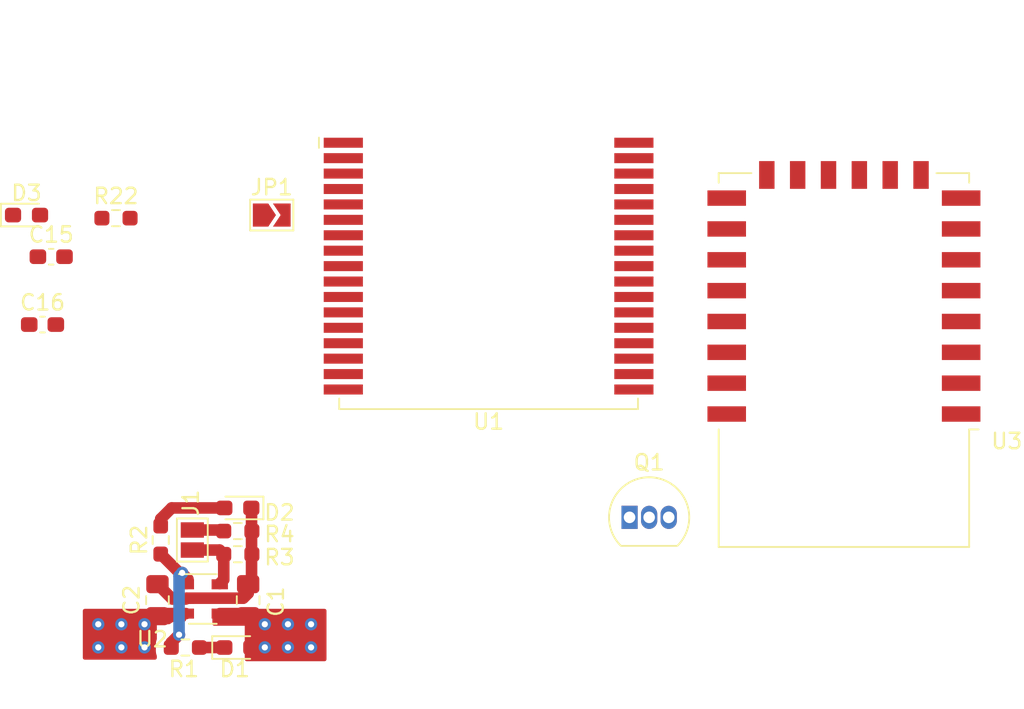
<source format=kicad_pcb>
(kicad_pcb (version 20171130) (host pcbnew "(5.1.9)-1")

  (general
    (thickness 1.6)
    (drawings 0)
    (tracks 46)
    (zones 0)
    (modules 18)
    (nets 66)
  )

  (page A4)
  (layers
    (0 F.Cu signal)
    (1 In1.Cu signal)
    (2 In2.Cu signal)
    (31 B.Cu signal)
    (32 B.Adhes user)
    (33 F.Adhes user)
    (34 B.Paste user)
    (35 F.Paste user)
    (36 B.SilkS user)
    (37 F.SilkS user)
    (38 B.Mask user)
    (39 F.Mask user)
    (40 Dwgs.User user)
    (41 Cmts.User user)
    (42 Eco1.User user)
    (43 Eco2.User user)
    (44 Edge.Cuts user)
    (45 Margin user)
    (46 B.CrtYd user)
    (47 F.CrtYd user)
    (48 B.Fab user)
    (49 F.Fab user hide)
  )

  (setup
    (last_trace_width 0.75)
    (user_trace_width 0.2)
    (user_trace_width 0.3)
    (user_trace_width 0.4)
    (user_trace_width 0.5)
    (user_trace_width 0.75)
    (user_trace_width 1)
    (trace_clearance 0.2)
    (zone_clearance 0.508)
    (zone_45_only no)
    (trace_min 0.2)
    (via_size 0.8)
    (via_drill 0.4)
    (via_min_size 0.4)
    (via_min_drill 0.3)
    (uvia_size 0.3)
    (uvia_drill 0.1)
    (uvias_allowed no)
    (uvia_min_size 0.2)
    (uvia_min_drill 0.1)
    (edge_width 0.05)
    (segment_width 0.2)
    (pcb_text_width 0.3)
    (pcb_text_size 1.5 1.5)
    (mod_edge_width 0.12)
    (mod_text_size 1 1)
    (mod_text_width 0.15)
    (pad_size 1.524 1.524)
    (pad_drill 0.762)
    (pad_to_mask_clearance 0)
    (aux_axis_origin 0 0)
    (grid_origin 113.25 141.83)
    (visible_elements 7FFFFFFF)
    (pcbplotparams
      (layerselection 0x010fc_ffffffff)
      (usegerberextensions false)
      (usegerberattributes true)
      (usegerberadvancedattributes true)
      (creategerberjobfile true)
      (excludeedgelayer true)
      (linewidth 0.100000)
      (plotframeref false)
      (viasonmask false)
      (mode 1)
      (useauxorigin false)
      (hpglpennumber 1)
      (hpglpenspeed 20)
      (hpglpendiameter 15.000000)
      (psnegative false)
      (psa4output false)
      (plotreference true)
      (plotvalue true)
      (plotinvisibletext false)
      (padsonsilk false)
      (subtractmaskfromsilk false)
      (outputformat 1)
      (mirror false)
      (drillshape 1)
      (scaleselection 1)
      (outputdirectory ""))
  )

  (net 0 "")
  (net 1 GND)
  (net 2 "Net-(C1-Pad1)")
  (net 3 +3V3)
  (net 4 /VFlash)
  (net 5 "Net-(D1-Pad1)")
  (net 6 "Net-(D2-Pad2)")
  (net 7 "Net-(D3-Pad2)")
  (net 8 "Net-(D3-Pad1)")
  (net 9 "Net-(J1-Pad1)")
  (net 10 "Net-(J1-Pad2)")
  (net 11 "Net-(Q1-Pad1)")
  (net 12 "Net-(Q1-Pad3)")
  (net 13 "Net-(Q1-Pad2)")
  (net 14 "Net-(R1-Pad1)")
  (net 15 "Net-(R22-Pad2)")
  (net 16 /RESET)
  (net 17 "Net-(U1-Pad32)")
  (net 18 "Net-(U1-Pad31)")
  (net 19 "Net-(U1-Pad30)")
  (net 20 "Net-(U1-Pad29)")
  (net 21 "Net-(U1-Pad28)")
  (net 22 "Net-(U1-Pad27)")
  (net 23 "Net-(U1-Pad26)")
  (net 24 "Net-(U1-Pad25)")
  (net 25 "Net-(U1-Pad23)")
  (net 26 "Net-(U1-Pad22)")
  (net 27 "Net-(U1-Pad21)")
  (net 28 /RXD)
  (net 29 "Net-(U1-Pad19)")
  (net 30 /TXD)
  (net 31 "Net-(U1-Pad17)")
  (net 32 "Net-(U1-Pad16)")
  (net 33 "Net-(U1-Pad15)")
  (net 34 "Net-(U1-Pad14)")
  (net 35 "Net-(U1-Pad13)")
  (net 36 "Net-(U1-Pad10)")
  (net 37 "Net-(U1-Pad9)")
  (net 38 "Net-(U1-Pad7)")
  (net 39 "Net-(SW2-Pad1)")
  (net 40 "Net-(U1-Pad5)")
  (net 41 "Net-(U1-Pad4)")
  (net 42 /SWDIO)
  (net 43 /SWCLK)
  (net 44 "Net-(U3-Pad22)")
  (net 45 "Net-(U3-Pad21)")
  (net 46 "Net-(U3-Pad20)")
  (net 47 "Net-(U3-Pad19)")
  (net 48 "Net-(U3-Pad18)")
  (net 49 "Net-(U3-Pad17)")
  (net 50 "Net-(U3-Pad16)")
  (net 51 "Net-(U3-Pad15)")
  (net 52 "Net-(U3-Pad14)")
  (net 53 "Net-(U3-Pad13)")
  (net 54 "Net-(U3-Pad12)")
  (net 55 "Net-(U3-Pad11)")
  (net 56 "Net-(U3-Pad10)")
  (net 57 "Net-(U3-Pad9)")
  (net 58 "Net-(U3-Pad8)")
  (net 59 "Net-(U3-Pad7)")
  (net 60 "Net-(U3-Pad6)")
  (net 61 "Net-(U3-Pad5)")
  (net 62 "Net-(U3-Pad4)")
  (net 63 "Net-(U3-Pad3)")
  (net 64 "Net-(U3-Pad2)")
  (net 65 "Net-(U3-Pad1)")

  (net_class Default "This is the default net class."
    (clearance 0.2)
    (trace_width 0.25)
    (via_dia 0.8)
    (via_drill 0.4)
    (uvia_dia 0.3)
    (uvia_drill 0.1)
    (add_net +3V3)
    (add_net /RESET)
    (add_net /RXD)
    (add_net /SWCLK)
    (add_net /SWDIO)
    (add_net /TXD)
    (add_net /VFlash)
    (add_net GND)
    (add_net "Net-(C1-Pad1)")
    (add_net "Net-(D1-Pad1)")
    (add_net "Net-(D2-Pad2)")
    (add_net "Net-(D3-Pad1)")
    (add_net "Net-(D3-Pad2)")
    (add_net "Net-(J1-Pad1)")
    (add_net "Net-(J1-Pad2)")
    (add_net "Net-(Q1-Pad1)")
    (add_net "Net-(Q1-Pad2)")
    (add_net "Net-(Q1-Pad3)")
    (add_net "Net-(R1-Pad1)")
    (add_net "Net-(R22-Pad2)")
    (add_net "Net-(SW2-Pad1)")
    (add_net "Net-(U1-Pad10)")
    (add_net "Net-(U1-Pad13)")
    (add_net "Net-(U1-Pad14)")
    (add_net "Net-(U1-Pad15)")
    (add_net "Net-(U1-Pad16)")
    (add_net "Net-(U1-Pad17)")
    (add_net "Net-(U1-Pad19)")
    (add_net "Net-(U1-Pad21)")
    (add_net "Net-(U1-Pad22)")
    (add_net "Net-(U1-Pad23)")
    (add_net "Net-(U1-Pad25)")
    (add_net "Net-(U1-Pad26)")
    (add_net "Net-(U1-Pad27)")
    (add_net "Net-(U1-Pad28)")
    (add_net "Net-(U1-Pad29)")
    (add_net "Net-(U1-Pad30)")
    (add_net "Net-(U1-Pad31)")
    (add_net "Net-(U1-Pad32)")
    (add_net "Net-(U1-Pad4)")
    (add_net "Net-(U1-Pad5)")
    (add_net "Net-(U1-Pad7)")
    (add_net "Net-(U1-Pad9)")
    (add_net "Net-(U3-Pad1)")
    (add_net "Net-(U3-Pad10)")
    (add_net "Net-(U3-Pad11)")
    (add_net "Net-(U3-Pad12)")
    (add_net "Net-(U3-Pad13)")
    (add_net "Net-(U3-Pad14)")
    (add_net "Net-(U3-Pad15)")
    (add_net "Net-(U3-Pad16)")
    (add_net "Net-(U3-Pad17)")
    (add_net "Net-(U3-Pad18)")
    (add_net "Net-(U3-Pad19)")
    (add_net "Net-(U3-Pad2)")
    (add_net "Net-(U3-Pad20)")
    (add_net "Net-(U3-Pad21)")
    (add_net "Net-(U3-Pad22)")
    (add_net "Net-(U3-Pad3)")
    (add_net "Net-(U3-Pad4)")
    (add_net "Net-(U3-Pad5)")
    (add_net "Net-(U3-Pad6)")
    (add_net "Net-(U3-Pad7)")
    (add_net "Net-(U3-Pad8)")
    (add_net "Net-(U3-Pad9)")
  )

  (module Jumper:SolderJumper-2_P1.3mm_Open_Pad1.0x1.5mm (layer F.Cu) (tedit 5A3EABFC) (tstamp 605AA1CB)
    (at 105.05 137.37 90)
    (descr "SMD Solder Jumper, 1x1.5mm Pads, 0.3mm gap, open")
    (tags "solder jumper open")
    (path /606B14B6)
    (attr virtual)
    (fp_text reference J1 (at 2.4 -0.1 90) (layer F.SilkS)
      (effects (font (size 1 1) (thickness 0.15)))
    )
    (fp_text value Jumper_NC_Small (at 0 1.9 90) (layer F.Fab)
      (effects (font (size 1 1) (thickness 0.15)))
    )
    (fp_line (start -1.4 1) (end -1.4 -1) (layer F.SilkS) (width 0.12))
    (fp_line (start 1.4 1) (end -1.4 1) (layer F.SilkS) (width 0.12))
    (fp_line (start 1.4 -1) (end 1.4 1) (layer F.SilkS) (width 0.12))
    (fp_line (start -1.4 -1) (end 1.4 -1) (layer F.SilkS) (width 0.12))
    (fp_line (start -1.65 -1.25) (end 1.65 -1.25) (layer F.CrtYd) (width 0.05))
    (fp_line (start -1.65 -1.25) (end -1.65 1.25) (layer F.CrtYd) (width 0.05))
    (fp_line (start 1.65 1.25) (end 1.65 -1.25) (layer F.CrtYd) (width 0.05))
    (fp_line (start 1.65 1.25) (end -1.65 1.25) (layer F.CrtYd) (width 0.05))
    (pad 1 smd rect (at -0.65 0 90) (size 1 1.5) (layers F.Cu F.Mask)
      (net 9 "Net-(J1-Pad1)"))
    (pad 2 smd rect (at 0.65 0 90) (size 1 1.5) (layers F.Cu F.Mask)
      (net 10 "Net-(J1-Pad2)"))
  )

  (module Capacitor_SMD:C_0805_2012Metric_Pad1.18x1.45mm_HandSolder (layer F.Cu) (tedit 5F68FEEF) (tstamp 605AA162)
    (at 102.79 141.27 90)
    (descr "Capacitor SMD 0805 (2012 Metric), square (rectangular) end terminal, IPC_7351 nominal with elongated pad for handsoldering. (Body size source: IPC-SM-782 page 76, https://www.pcb-3d.com/wordpress/wp-content/uploads/ipc-sm-782a_amendment_1_and_2.pdf, https://docs.google.com/spreadsheets/d/1BsfQQcO9C6DZCsRaXUlFlo91Tg2WpOkGARC1WS5S8t0/edit?usp=sharing), generated with kicad-footprint-generator")
    (tags "capacitor handsolder")
    (path /606CB3DC)
    (attr smd)
    (fp_text reference C2 (at 0 -1.68 90) (layer F.SilkS)
      (effects (font (size 1 1) (thickness 0.15)))
    )
    (fp_text value C_Small (at 0 1.68 90) (layer F.Fab)
      (effects (font (size 1 1) (thickness 0.15)))
    )
    (fp_text user %R (at 0 0 90) (layer F.Fab)
      (effects (font (size 0.5 0.5) (thickness 0.08)))
    )
    (fp_line (start -1 0.625) (end -1 -0.625) (layer F.Fab) (width 0.1))
    (fp_line (start -1 -0.625) (end 1 -0.625) (layer F.Fab) (width 0.1))
    (fp_line (start 1 -0.625) (end 1 0.625) (layer F.Fab) (width 0.1))
    (fp_line (start 1 0.625) (end -1 0.625) (layer F.Fab) (width 0.1))
    (fp_line (start -0.261252 -0.735) (end 0.261252 -0.735) (layer F.SilkS) (width 0.12))
    (fp_line (start -0.261252 0.735) (end 0.261252 0.735) (layer F.SilkS) (width 0.12))
    (fp_line (start -1.88 0.98) (end -1.88 -0.98) (layer F.CrtYd) (width 0.05))
    (fp_line (start -1.88 -0.98) (end 1.88 -0.98) (layer F.CrtYd) (width 0.05))
    (fp_line (start 1.88 -0.98) (end 1.88 0.98) (layer F.CrtYd) (width 0.05))
    (fp_line (start 1.88 0.98) (end -1.88 0.98) (layer F.CrtYd) (width 0.05))
    (pad 2 smd roundrect (at 1.0375 0 90) (size 1.175 1.45) (layers F.Cu F.Paste F.Mask) (roundrect_rratio 0.212766)
      (net 1 GND))
    (pad 1 smd roundrect (at -1.0375 0 90) (size 1.175 1.45) (layers F.Cu F.Paste F.Mask) (roundrect_rratio 0.212766)
      (net 3 +3V3))
    (model ${KISYS3DMOD}/Capacitor_SMD.3dshapes/C_0805_2012Metric.wrl
      (at (xyz 0 0 0))
      (scale (xyz 1 1 1))
      (rotate (xyz 0 0 0))
    )
  )

  (module Capacitor_SMD:C_0805_2012Metric_Pad1.18x1.45mm_HandSolder (layer F.Cu) (tedit 5F68FEEF) (tstamp 605AA151)
    (at 108.67 141.27 90)
    (descr "Capacitor SMD 0805 (2012 Metric), square (rectangular) end terminal, IPC_7351 nominal with elongated pad for handsoldering. (Body size source: IPC-SM-782 page 76, https://www.pcb-3d.com/wordpress/wp-content/uploads/ipc-sm-782a_amendment_1_and_2.pdf, https://docs.google.com/spreadsheets/d/1BsfQQcO9C6DZCsRaXUlFlo91Tg2WpOkGARC1WS5S8t0/edit?usp=sharing), generated with kicad-footprint-generator")
    (tags "capacitor handsolder")
    (path /606B623E)
    (attr smd)
    (fp_text reference C1 (at -0.1 1.8 90) (layer F.SilkS)
      (effects (font (size 1 1) (thickness 0.15)))
    )
    (fp_text value 10nF (at 0 1.68 90) (layer F.Fab)
      (effects (font (size 1 1) (thickness 0.15)))
    )
    (fp_text user %R (at 0 0 90) (layer F.Fab)
      (effects (font (size 0.5 0.5) (thickness 0.08)))
    )
    (fp_line (start -1 0.625) (end -1 -0.625) (layer F.Fab) (width 0.1))
    (fp_line (start -1 -0.625) (end 1 -0.625) (layer F.Fab) (width 0.1))
    (fp_line (start 1 -0.625) (end 1 0.625) (layer F.Fab) (width 0.1))
    (fp_line (start 1 0.625) (end -1 0.625) (layer F.Fab) (width 0.1))
    (fp_line (start -0.261252 -0.735) (end 0.261252 -0.735) (layer F.SilkS) (width 0.12))
    (fp_line (start -0.261252 0.735) (end 0.261252 0.735) (layer F.SilkS) (width 0.12))
    (fp_line (start -1.88 0.98) (end -1.88 -0.98) (layer F.CrtYd) (width 0.05))
    (fp_line (start -1.88 -0.98) (end 1.88 -0.98) (layer F.CrtYd) (width 0.05))
    (fp_line (start 1.88 -0.98) (end 1.88 0.98) (layer F.CrtYd) (width 0.05))
    (fp_line (start 1.88 0.98) (end -1.88 0.98) (layer F.CrtYd) (width 0.05))
    (pad 2 smd roundrect (at 1.0375 0 90) (size 1.175 1.45) (layers F.Cu F.Paste F.Mask) (roundrect_rratio 0.212766)
      (net 1 GND))
    (pad 1 smd roundrect (at -1.0375 0 90) (size 1.175 1.45) (layers F.Cu F.Paste F.Mask) (roundrect_rratio 0.212766)
      (net 2 "Net-(C1-Pad1)"))
    (model ${KISYS3DMOD}/Capacitor_SMD.3dshapes/C_0805_2012Metric.wrl
      (at (xyz 0 0 0))
      (scale (xyz 1 1 1))
      (rotate (xyz 0 0 0))
    )
  )

  (module RF_Module:ESP-12E (layer F.Cu) (tedit 5A030172) (tstamp 605AA2F5)
    (at 147.3 125.7 180)
    (descr "Wi-Fi Module, http://wiki.ai-thinker.com/_media/esp8266/docs/aithinker_esp_12f_datasheet_en.pdf")
    (tags "Wi-Fi Module")
    (path /604953B2)
    (attr smd)
    (fp_text reference U3 (at -10.56 -5.26) (layer F.SilkS)
      (effects (font (size 1 1) (thickness 0.15)))
    )
    (fp_text value ESP-12E (at -0.06 -12.78) (layer F.Fab)
      (effects (font (size 1 1) (thickness 0.15)))
    )
    (fp_line (start 5.56 -4.8) (end 8.12 -7.36) (layer Dwgs.User) (width 0.12))
    (fp_line (start 2.56 -4.8) (end 8.12 -10.36) (layer Dwgs.User) (width 0.12))
    (fp_line (start -0.44 -4.8) (end 6.88 -12.12) (layer Dwgs.User) (width 0.12))
    (fp_line (start -3.44 -4.8) (end 3.88 -12.12) (layer Dwgs.User) (width 0.12))
    (fp_line (start -6.44 -4.8) (end 0.88 -12.12) (layer Dwgs.User) (width 0.12))
    (fp_line (start -8.12 -6.12) (end -2.12 -12.12) (layer Dwgs.User) (width 0.12))
    (fp_line (start -8.12 -9.12) (end -5.12 -12.12) (layer Dwgs.User) (width 0.12))
    (fp_line (start -8.12 -4.8) (end -8.12 -12.12) (layer Dwgs.User) (width 0.12))
    (fp_line (start 8.12 -4.8) (end -8.12 -4.8) (layer Dwgs.User) (width 0.12))
    (fp_line (start 8.12 -12.12) (end 8.12 -4.8) (layer Dwgs.User) (width 0.12))
    (fp_line (start -8.12 -12.12) (end 8.12 -12.12) (layer Dwgs.User) (width 0.12))
    (fp_line (start -8.12 -4.5) (end -8.73 -4.5) (layer F.SilkS) (width 0.12))
    (fp_line (start -8.12 -4.5) (end -8.12 -12.12) (layer F.SilkS) (width 0.12))
    (fp_line (start -8.12 12.12) (end -8.12 11.5) (layer F.SilkS) (width 0.12))
    (fp_line (start -6 12.12) (end -8.12 12.12) (layer F.SilkS) (width 0.12))
    (fp_line (start 8.12 12.12) (end 6 12.12) (layer F.SilkS) (width 0.12))
    (fp_line (start 8.12 11.5) (end 8.12 12.12) (layer F.SilkS) (width 0.12))
    (fp_line (start 8.12 -12.12) (end 8.12 -4.5) (layer F.SilkS) (width 0.12))
    (fp_line (start -8.12 -12.12) (end 8.12 -12.12) (layer F.SilkS) (width 0.12))
    (fp_line (start -9.05 13.1) (end -9.05 -12.2) (layer F.CrtYd) (width 0.05))
    (fp_line (start 9.05 13.1) (end -9.05 13.1) (layer F.CrtYd) (width 0.05))
    (fp_line (start 9.05 -12.2) (end 9.05 13.1) (layer F.CrtYd) (width 0.05))
    (fp_line (start -9.05 -12.2) (end 9.05 -12.2) (layer F.CrtYd) (width 0.05))
    (fp_line (start -8 -4) (end -8 -12) (layer F.Fab) (width 0.12))
    (fp_line (start -7.5 -3.5) (end -8 -4) (layer F.Fab) (width 0.12))
    (fp_line (start -8 -3) (end -7.5 -3.5) (layer F.Fab) (width 0.12))
    (fp_line (start -8 12) (end -8 -3) (layer F.Fab) (width 0.12))
    (fp_line (start 8 12) (end -8 12) (layer F.Fab) (width 0.12))
    (fp_line (start 8 -12) (end 8 12) (layer F.Fab) (width 0.12))
    (fp_line (start -8 -12) (end 8 -12) (layer F.Fab) (width 0.12))
    (fp_text user %R (at 0.49 -0.8) (layer F.Fab)
      (effects (font (size 1 1) (thickness 0.15)))
    )
    (fp_text user "KEEP-OUT ZONE" (at 0.03 -9.55 180) (layer Cmts.User)
      (effects (font (size 1 1) (thickness 0.15)))
    )
    (fp_text user Antenna (at -0.06 -7 180) (layer Cmts.User)
      (effects (font (size 1 1) (thickness 0.15)))
    )
    (pad 22 smd rect (at 7.6 -3.5 180) (size 2.5 1) (layers F.Cu F.Paste F.Mask)
      (net 44 "Net-(U3-Pad22)"))
    (pad 21 smd rect (at 7.6 -1.5 180) (size 2.5 1) (layers F.Cu F.Paste F.Mask)
      (net 45 "Net-(U3-Pad21)"))
    (pad 20 smd rect (at 7.6 0.5 180) (size 2.5 1) (layers F.Cu F.Paste F.Mask)
      (net 46 "Net-(U3-Pad20)"))
    (pad 19 smd rect (at 7.6 2.5 180) (size 2.5 1) (layers F.Cu F.Paste F.Mask)
      (net 47 "Net-(U3-Pad19)"))
    (pad 18 smd rect (at 7.6 4.5 180) (size 2.5 1) (layers F.Cu F.Paste F.Mask)
      (net 48 "Net-(U3-Pad18)"))
    (pad 17 smd rect (at 7.6 6.5 180) (size 2.5 1) (layers F.Cu F.Paste F.Mask)
      (net 49 "Net-(U3-Pad17)"))
    (pad 16 smd rect (at 7.6 8.5 180) (size 2.5 1) (layers F.Cu F.Paste F.Mask)
      (net 50 "Net-(U3-Pad16)"))
    (pad 15 smd rect (at 7.6 10.5 180) (size 2.5 1) (layers F.Cu F.Paste F.Mask)
      (net 51 "Net-(U3-Pad15)"))
    (pad 14 smd rect (at 5 12 180) (size 1 1.8) (layers F.Cu F.Paste F.Mask)
      (net 52 "Net-(U3-Pad14)"))
    (pad 13 smd rect (at 3 12 180) (size 1 1.8) (layers F.Cu F.Paste F.Mask)
      (net 53 "Net-(U3-Pad13)"))
    (pad 12 smd rect (at 1 12 180) (size 1 1.8) (layers F.Cu F.Paste F.Mask)
      (net 54 "Net-(U3-Pad12)"))
    (pad 11 smd rect (at -1 12 180) (size 1 1.8) (layers F.Cu F.Paste F.Mask)
      (net 55 "Net-(U3-Pad11)"))
    (pad 10 smd rect (at -3 12 180) (size 1 1.8) (layers F.Cu F.Paste F.Mask)
      (net 56 "Net-(U3-Pad10)"))
    (pad 9 smd rect (at -5 12 180) (size 1 1.8) (layers F.Cu F.Paste F.Mask)
      (net 57 "Net-(U3-Pad9)"))
    (pad 8 smd rect (at -7.6 10.5 180) (size 2.5 1) (layers F.Cu F.Paste F.Mask)
      (net 58 "Net-(U3-Pad8)"))
    (pad 7 smd rect (at -7.6 8.5 180) (size 2.5 1) (layers F.Cu F.Paste F.Mask)
      (net 59 "Net-(U3-Pad7)"))
    (pad 6 smd rect (at -7.6 6.5 180) (size 2.5 1) (layers F.Cu F.Paste F.Mask)
      (net 60 "Net-(U3-Pad6)"))
    (pad 5 smd rect (at -7.6 4.5 180) (size 2.5 1) (layers F.Cu F.Paste F.Mask)
      (net 61 "Net-(U3-Pad5)"))
    (pad 4 smd rect (at -7.6 2.5 180) (size 2.5 1) (layers F.Cu F.Paste F.Mask)
      (net 62 "Net-(U3-Pad4)"))
    (pad 3 smd rect (at -7.6 0.5 180) (size 2.5 1) (layers F.Cu F.Paste F.Mask)
      (net 63 "Net-(U3-Pad3)"))
    (pad 2 smd rect (at -7.6 -1.5 180) (size 2.5 1) (layers F.Cu F.Paste F.Mask)
      (net 64 "Net-(U3-Pad2)"))
    (pad 1 smd rect (at -7.6 -3.5 180) (size 2.5 1) (layers F.Cu F.Paste F.Mask)
      (net 65 "Net-(U3-Pad1)"))
    (model ${KISYS3DMOD}/RF_Module.3dshapes/ESP-12E.wrl
      (at (xyz 0 0 0))
      (scale (xyz 1 1 1))
      (rotate (xyz 0 0 0))
    )
  )

  (module Package_TO_SOT_SMD:SOT-23-5 (layer F.Cu) (tedit 5A02FF57) (tstamp 605AA2BA)
    (at 105.73 141.19)
    (descr "5-pin SOT23 package")
    (tags SOT-23-5)
    (path /606AFFC5)
    (attr smd)
    (fp_text reference U2 (at -3.28 2.62) (layer F.SilkS)
      (effects (font (size 1 1) (thickness 0.15)))
    )
    (fp_text value MCP73831-2-OT (at 0 2.9) (layer F.Fab)
      (effects (font (size 1 1) (thickness 0.15)))
    )
    (fp_line (start 0.9 -1.55) (end 0.9 1.55) (layer F.Fab) (width 0.1))
    (fp_line (start 0.9 1.55) (end -0.9 1.55) (layer F.Fab) (width 0.1))
    (fp_line (start -0.9 -0.9) (end -0.9 1.55) (layer F.Fab) (width 0.1))
    (fp_line (start 0.9 -1.55) (end -0.25 -1.55) (layer F.Fab) (width 0.1))
    (fp_line (start -0.9 -0.9) (end -0.25 -1.55) (layer F.Fab) (width 0.1))
    (fp_line (start -1.9 1.8) (end -1.9 -1.8) (layer F.CrtYd) (width 0.05))
    (fp_line (start 1.9 1.8) (end -1.9 1.8) (layer F.CrtYd) (width 0.05))
    (fp_line (start 1.9 -1.8) (end 1.9 1.8) (layer F.CrtYd) (width 0.05))
    (fp_line (start -1.9 -1.8) (end 1.9 -1.8) (layer F.CrtYd) (width 0.05))
    (fp_line (start 0.9 -1.61) (end -1.55 -1.61) (layer F.SilkS) (width 0.12))
    (fp_line (start -0.9 1.61) (end 0.9 1.61) (layer F.SilkS) (width 0.12))
    (fp_text user %R (at 0 0 90) (layer F.Fab)
      (effects (font (size 0.5 0.5) (thickness 0.075)))
    )
    (pad 5 smd rect (at 1.1 -0.95) (size 1.06 0.65) (layers F.Cu F.Paste F.Mask)
      (net 9 "Net-(J1-Pad1)"))
    (pad 4 smd rect (at 1.1 0.95) (size 1.06 0.65) (layers F.Cu F.Paste F.Mask)
      (net 2 "Net-(C1-Pad1)"))
    (pad 3 smd rect (at -1.1 0.95) (size 1.06 0.65) (layers F.Cu F.Paste F.Mask)
      (net 3 +3V3))
    (pad 2 smd rect (at -1.1 0) (size 1.06 0.65) (layers F.Cu F.Paste F.Mask)
      (net 1 GND))
    (pad 1 smd rect (at -1.1 -0.95) (size 1.06 0.65) (layers F.Cu F.Paste F.Mask)
      (net 14 "Net-(R1-Pad1)"))
    (model ${KISYS3DMOD}/Package_TO_SOT_SMD.3dshapes/SOT-23-5.wrl
      (at (xyz 0 0 0))
      (scale (xyz 1 1 1))
      (rotate (xyz 0 0 0))
    )
  )

  (module RF_Module:DecaWave_DWM1001 (layer F.Cu) (tedit 5AE22EC1) (tstamp 605AA2A5)
    (at 124.26 119.74)
    (descr https://www.decawave.com/sites/default/files/dwm1001_datasheet.pdf)
    (tags "UWB module")
    (path /6048C6FD)
    (attr smd)
    (fp_text reference U1 (at 0 9.955) (layer F.SilkS)
      (effects (font (size 1 1) (thickness 0.15)))
    )
    (fp_text value DWM1001 (at 0 -18.045) (layer F.Fab)
      (effects (font (size 1 1) (thickness 0.15)))
    )
    (fp_line (start 6.395 -7.88) (end 6.395 -8.48) (layer Dwgs.User) (width 0.1))
    (fp_line (start 4.895 -7.88) (end 4.895 -8.48) (layer Dwgs.User) (width 0.1))
    (fp_line (start 5.345 -7.88) (end 5.945 -8.48) (layer Dwgs.User) (width 0.1))
    (fp_line (start 6.395 -7.88) (end 4.895 -7.88) (layer Dwgs.User) (width 0.1))
    (fp_line (start 6.395 -8.48) (end 4.895 -8.48) (layer Dwgs.User) (width 0.1))
    (fp_line (start -5.965 8.42) (end -5.365 7.82) (layer Dwgs.User) (width 0.1))
    (fp_line (start -4.915 7.82) (end -6.415 7.82) (layer Dwgs.User) (width 0.1))
    (fp_line (start -4.915 8.42) (end -6.415 8.42) (layer Dwgs.User) (width 0.1))
    (fp_line (start -6.415 8.42) (end -6.415 7.82) (layer Dwgs.User) (width 0.1))
    (fp_line (start -4.915 8.42) (end -4.915 7.82) (layer Dwgs.User) (width 0.1))
    (fp_line (start -11 -7.8) (end -11 -8.46) (layer F.SilkS) (width 0.12))
    (fp_line (start 9.685 8.46) (end 9.685 9.14) (layer F.SilkS) (width 0.12))
    (fp_line (start 9.685 9.14) (end -9.685 9.14) (layer F.SilkS) (width 0.12))
    (fp_line (start -9.685 8.46) (end -9.685 9.14) (layer F.SilkS) (width 0.12))
    (fp_line (start 17.975 -8.65) (end 19.565 -10.24) (layer Dwgs.User) (width 0.1))
    (fp_line (start 15.975 -8.65) (end 19.565 -12.24) (layer Dwgs.User) (width 0.1))
    (fp_line (start 13.975 -8.65) (end 19.565 -14.24) (layer Dwgs.User) (width 0.1))
    (fp_line (start 11.975 -8.65) (end 19.565 -16.24) (layer Dwgs.User) (width 0.1))
    (fp_line (start 9.975 -8.65) (end 18.435 -17.11) (layer Dwgs.User) (width 0.1))
    (fp_line (start 7.975 -8.65) (end 16.435 -17.11) (layer Dwgs.User) (width 0.1))
    (fp_line (start 5.975 -8.65) (end 14.435 -17.11) (layer Dwgs.User) (width 0.1))
    (fp_line (start 3.975 -8.65) (end 12.435 -17.11) (layer Dwgs.User) (width 0.1))
    (fp_line (start 1.975 -8.65) (end 10.435 -17.11) (layer Dwgs.User) (width 0.1))
    (fp_line (start -0.025 -8.65) (end 8.435 -17.11) (layer Dwgs.User) (width 0.1))
    (fp_line (start -2.025 -8.65) (end 6.435 -17.11) (layer Dwgs.User) (width 0.1))
    (fp_line (start -4.025 -8.65) (end 4.435 -17.11) (layer Dwgs.User) (width 0.1))
    (fp_line (start -6.025 -8.65) (end 2.435 -17.11) (layer Dwgs.User) (width 0.1))
    (fp_line (start -8.025 -8.65) (end 0.435 -17.11) (layer Dwgs.User) (width 0.1))
    (fp_line (start -10.025 -8.65) (end -1.565 -17.11) (layer Dwgs.User) (width 0.1))
    (fp_line (start -12.025 -8.65) (end -3.565 -17.11) (layer Dwgs.User) (width 0.1))
    (fp_line (start -14.025 -8.65) (end -5.565 -17.11) (layer Dwgs.User) (width 0.1))
    (fp_line (start -16.025 -8.65) (end -7.565 -17.11) (layer Dwgs.User) (width 0.1))
    (fp_line (start -18.025 -8.65) (end -9.565 -17.11) (layer Dwgs.User) (width 0.1))
    (fp_line (start -19.565 -9.11) (end -11.565 -17.11) (layer Dwgs.User) (width 0.1))
    (fp_line (start -19.565 -11.11) (end -13.565 -17.11) (layer Dwgs.User) (width 0.1))
    (fp_line (start -19.565 -13.11) (end -15.565 -17.11) (layer Dwgs.User) (width 0.1))
    (fp_line (start -19.565 -15.11) (end -17.565 -17.11) (layer Dwgs.User) (width 0.1))
    (fp_line (start 19.565 -8.63) (end 19.565 -17.11) (layer Dwgs.User) (width 0.1))
    (fp_line (start -19.565 -8.63) (end -19.565 -17.11) (layer Dwgs.User) (width 0.1))
    (fp_line (start 19.565 -17.11) (end -19.565 -17.11) (layer Dwgs.User) (width 0.1))
    (fp_line (start 19.565 -8.63) (end -19.565 -8.63) (layer Dwgs.User) (width 0.1))
    (fp_line (start 9.565 -8.63) (end -9.565 -8.63) (layer F.Fab) (width 0.1))
    (fp_line (start 8.235 -8.25) (end 8.235 8.25) (layer F.Fab) (width 0.1))
    (fp_line (start -8.265 -8.25) (end -8.265 8.25) (layer F.Fab) (width 0.1))
    (fp_line (start -8.265 -8.25) (end 8.235 -8.25) (layer F.Fab) (width 0.1))
    (fp_line (start -8.265 8.25) (end 8.235 8.25) (layer F.Fab) (width 0.1))
    (fp_line (start 9.565 -17.11) (end -9.565 -17.11) (layer F.Fab) (width 0.1))
    (fp_line (start 9.565 9.02) (end -9.565 9.02) (layer F.Fab) (width 0.1))
    (fp_line (start 9.565 9.02) (end 9.565 -17.11) (layer F.Fab) (width 0.1))
    (fp_line (start -9.565 -8.63) (end -9.565 -17.11) (layer F.Fab) (width 0.1))
    (fp_line (start -10.94 -17.36) (end -10.94 9.27) (layer F.CrtYd) (width 0.05))
    (fp_line (start 10.94 -17.36) (end 10.94 9.27) (layer F.CrtYd) (width 0.05))
    (fp_line (start -10.94 9.27) (end 10.94 9.27) (layer F.CrtYd) (width 0.05))
    (fp_line (start -10.94 -17.36) (end 10.94 -17.36) (layer F.CrtYd) (width 0.05))
    (fp_line (start -9.565 9.02) (end -9.565 -7.63) (layer F.Fab) (width 0.1))
    (fp_line (start -9.565 -8.63) (end -9.065 -8.13) (layer F.Fab) (width 0.1))
    (fp_line (start -9.065 -8.13) (end -9.565 -7.63) (layer F.Fab) (width 0.1))
    (fp_text user "No bare Cu" (at 5.645 -8.18) (layer Cmts.User)
      (effects (font (size 0.15 0.15) (thickness 0.0225)))
    )
    (fp_text user "No bare Cu" (at -5.665 8.12) (layer Cmts.User)
      (effects (font (size 0.15 0.15) (thickness 0.0225)))
    )
    (fp_text user "No components, traces, or copper on any layer" (at 0 -11.5) (layer Cmts.User)
      (effects (font (size 0.5 0.5) (thickness 0.075)))
    )
    (fp_text user "KEEP-OUT ZONE" (at 0 -13) (layer Cmts.User)
      (effects (font (size 1 1) (thickness 0.15)))
    )
    (fp_text user %R (at 0 0) (layer F.Fab)
      (effects (font (size 1 1) (thickness 0.15)))
    )
    (pad 34 smd rect (at 9.42 -8.13) (size 2.54 0.65) (layers F.Cu F.Paste F.Mask)
      (net 1 GND))
    (pad 33 smd rect (at 9.42 -7.13) (size 2.54 0.65) (layers F.Cu F.Paste F.Mask)
      (net 16 /RESET))
    (pad 32 smd rect (at 9.42 -6.13) (size 2.54 0.65) (layers F.Cu F.Paste F.Mask)
      (net 17 "Net-(U1-Pad32)"))
    (pad 31 smd rect (at 9.42 -5.13) (size 2.54 0.65) (layers F.Cu F.Paste F.Mask)
      (net 18 "Net-(U1-Pad31)"))
    (pad 30 smd rect (at 9.42 -4.13) (size 2.54 0.65) (layers F.Cu F.Paste F.Mask)
      (net 19 "Net-(U1-Pad30)"))
    (pad 29 smd rect (at 9.42 -3.13) (size 2.54 0.65) (layers F.Cu F.Paste F.Mask)
      (net 20 "Net-(U1-Pad29)"))
    (pad 28 smd rect (at 9.42 -2.13) (size 2.54 0.65) (layers F.Cu F.Paste F.Mask)
      (net 21 "Net-(U1-Pad28)"))
    (pad 27 smd rect (at 9.42 -1.13) (size 2.54 0.65) (layers F.Cu F.Paste F.Mask)
      (net 22 "Net-(U1-Pad27)"))
    (pad 26 smd rect (at 9.42 -0.13) (size 2.54 0.65) (layers F.Cu F.Paste F.Mask)
      (net 23 "Net-(U1-Pad26)"))
    (pad 25 smd rect (at 9.42 0.87) (size 2.54 0.65) (layers F.Cu F.Paste F.Mask)
      (net 24 "Net-(U1-Pad25)"))
    (pad 24 smd rect (at 9.42 1.87) (size 2.54 0.65) (layers F.Cu F.Paste F.Mask)
      (net 1 GND))
    (pad 23 smd rect (at 9.42 2.87) (size 2.54 0.65) (layers F.Cu F.Paste F.Mask)
      (net 25 "Net-(U1-Pad23)"))
    (pad 22 smd rect (at 9.42 3.87) (size 2.54 0.65) (layers F.Cu F.Paste F.Mask)
      (net 26 "Net-(U1-Pad22)"))
    (pad 21 smd rect (at 9.42 4.87) (size 2.54 0.65) (layers F.Cu F.Paste F.Mask)
      (net 27 "Net-(U1-Pad21)"))
    (pad 20 smd rect (at 9.42 5.87) (size 2.54 0.65) (layers F.Cu F.Paste F.Mask)
      (net 28 /RXD))
    (pad 19 smd rect (at 9.42 6.87) (size 2.54 0.65) (layers F.Cu F.Paste F.Mask)
      (net 29 "Net-(U1-Pad19)"))
    (pad 18 smd rect (at 9.42 7.87) (size 2.54 0.65) (layers F.Cu F.Paste F.Mask)
      (net 30 /TXD))
    (pad 17 smd rect (at -9.42 7.87) (size 2.54 0.65) (layers F.Cu F.Paste F.Mask)
      (net 31 "Net-(U1-Pad17)"))
    (pad 16 smd rect (at -9.42 6.87) (size 2.54 0.65) (layers F.Cu F.Paste F.Mask)
      (net 32 "Net-(U1-Pad16)"))
    (pad 15 smd rect (at -9.42 5.87) (size 2.54 0.65) (layers F.Cu F.Paste F.Mask)
      (net 33 "Net-(U1-Pad15)"))
    (pad 14 smd rect (at -9.42 4.87) (size 2.54 0.65) (layers F.Cu F.Paste F.Mask)
      (net 34 "Net-(U1-Pad14)"))
    (pad 13 smd rect (at -9.42 3.87) (size 2.54 0.65) (layers F.Cu F.Paste F.Mask)
      (net 35 "Net-(U1-Pad13)"))
    (pad 12 smd rect (at -9.42 2.87) (size 2.54 0.65) (layers F.Cu F.Paste F.Mask)
      (net 4 /VFlash))
    (pad 11 smd rect (at -9.42 1.87) (size 2.54 0.65) (layers F.Cu F.Paste F.Mask)
      (net 1 GND))
    (pad 10 smd rect (at -9.42 0.87) (size 2.54 0.65) (layers F.Cu F.Paste F.Mask)
      (net 36 "Net-(U1-Pad10)"))
    (pad 9 smd rect (at -9.42 -0.13) (size 2.54 0.65) (layers F.Cu F.Paste F.Mask)
      (net 37 "Net-(U1-Pad9)"))
    (pad 8 smd rect (at -9.42 -1.13) (size 2.54 0.65) (layers F.Cu F.Paste F.Mask)
      (net 15 "Net-(R22-Pad2)"))
    (pad 7 smd rect (at -9.42 -2.13) (size 2.54 0.65) (layers F.Cu F.Paste F.Mask)
      (net 38 "Net-(U1-Pad7)"))
    (pad 6 smd rect (at -9.42 -3.13) (size 2.54 0.65) (layers F.Cu F.Paste F.Mask)
      (net 39 "Net-(SW2-Pad1)"))
    (pad 5 smd rect (at -9.42 -4.13) (size 2.54 0.65) (layers F.Cu F.Paste F.Mask)
      (net 40 "Net-(U1-Pad5)"))
    (pad 4 smd rect (at -9.42 -5.13) (size 2.54 0.65) (layers F.Cu F.Paste F.Mask)
      (net 41 "Net-(U1-Pad4)"))
    (pad 3 smd rect (at -9.42 -6.13) (size 2.54 0.65) (layers F.Cu F.Paste F.Mask)
      (net 42 /SWDIO))
    (pad 2 smd rect (at -9.42 -7.13) (size 2.54 0.65) (layers F.Cu F.Paste F.Mask)
      (net 43 /SWCLK))
    (pad 1 smd rect (at -9.42 -8.13) (size 2.54 0.65) (layers F.Cu F.Paste F.Mask)
      (net 1 GND))
    (pad "" np_thru_hole circle (at -2.435 6.82) (size 1 1) (drill 1) (layers *.Cu *.Mask))
    (model ${KISYS3DMOD}/RF_Module.3dshapes/DecaWave_DWM1001.wrl
      (at (xyz 0 0 0))
      (scale (xyz 1 1 1))
      (rotate (xyz 0 0 0))
    )
  )

  (module Resistor_SMD:R_0603_1608Metric_Pad0.98x0.95mm_HandSolder (layer F.Cu) (tedit 5F68FEEE) (tstamp 605AA240)
    (at 100.1 116.5)
    (descr "Resistor SMD 0603 (1608 Metric), square (rectangular) end terminal, IPC_7351 nominal with elongated pad for handsoldering. (Body size source: IPC-SM-782 page 72, https://www.pcb-3d.com/wordpress/wp-content/uploads/ipc-sm-782a_amendment_1_and_2.pdf), generated with kicad-footprint-generator")
    (tags "resistor handsolder")
    (path /606FBF57)
    (attr smd)
    (fp_text reference R22 (at 0 -1.43) (layer F.SilkS)
      (effects (font (size 1 1) (thickness 0.15)))
    )
    (fp_text value 1k5 (at 0 1.43) (layer F.Fab)
      (effects (font (size 1 1) (thickness 0.15)))
    )
    (fp_line (start 1.65 0.73) (end -1.65 0.73) (layer F.CrtYd) (width 0.05))
    (fp_line (start 1.65 -0.73) (end 1.65 0.73) (layer F.CrtYd) (width 0.05))
    (fp_line (start -1.65 -0.73) (end 1.65 -0.73) (layer F.CrtYd) (width 0.05))
    (fp_line (start -1.65 0.73) (end -1.65 -0.73) (layer F.CrtYd) (width 0.05))
    (fp_line (start -0.254724 0.5225) (end 0.254724 0.5225) (layer F.SilkS) (width 0.12))
    (fp_line (start -0.254724 -0.5225) (end 0.254724 -0.5225) (layer F.SilkS) (width 0.12))
    (fp_line (start 0.8 0.4125) (end -0.8 0.4125) (layer F.Fab) (width 0.1))
    (fp_line (start 0.8 -0.4125) (end 0.8 0.4125) (layer F.Fab) (width 0.1))
    (fp_line (start -0.8 -0.4125) (end 0.8 -0.4125) (layer F.Fab) (width 0.1))
    (fp_line (start -0.8 0.4125) (end -0.8 -0.4125) (layer F.Fab) (width 0.1))
    (fp_text user %R (at 0 0) (layer F.Fab)
      (effects (font (size 0.4 0.4) (thickness 0.06)))
    )
    (pad 2 smd roundrect (at 0.9125 0) (size 0.975 0.95) (layers F.Cu F.Paste F.Mask) (roundrect_rratio 0.25)
      (net 15 "Net-(R22-Pad2)"))
    (pad 1 smd roundrect (at -0.9125 0) (size 0.975 0.95) (layers F.Cu F.Paste F.Mask) (roundrect_rratio 0.25)
      (net 7 "Net-(D3-Pad2)"))
    (model ${KISYS3DMOD}/Resistor_SMD.3dshapes/R_0603_1608Metric.wrl
      (at (xyz 0 0 0))
      (scale (xyz 1 1 1))
      (rotate (xyz 0 0 0))
    )
  )

  (module Resistor_SMD:R_0603_1608Metric_Pad0.98x0.95mm_HandSolder (layer F.Cu) (tedit 5F68FEEE) (tstamp 605AA22F)
    (at 108 136.79)
    (descr "Resistor SMD 0603 (1608 Metric), square (rectangular) end terminal, IPC_7351 nominal with elongated pad for handsoldering. (Body size source: IPC-SM-782 page 72, https://www.pcb-3d.com/wordpress/wp-content/uploads/ipc-sm-782a_amendment_1_and_2.pdf), generated with kicad-footprint-generator")
    (tags "resistor handsolder")
    (path /606B3968)
    (attr smd)
    (fp_text reference R4 (at 2.7 0.2) (layer F.SilkS)
      (effects (font (size 1 1) (thickness 0.15)))
    )
    (fp_text value 2.5k (at 0 1.43) (layer F.Fab)
      (effects (font (size 1 1) (thickness 0.15)))
    )
    (fp_line (start 1.65 0.73) (end -1.65 0.73) (layer F.CrtYd) (width 0.05))
    (fp_line (start 1.65 -0.73) (end 1.65 0.73) (layer F.CrtYd) (width 0.05))
    (fp_line (start -1.65 -0.73) (end 1.65 -0.73) (layer F.CrtYd) (width 0.05))
    (fp_line (start -1.65 0.73) (end -1.65 -0.73) (layer F.CrtYd) (width 0.05))
    (fp_line (start -0.254724 0.5225) (end 0.254724 0.5225) (layer F.SilkS) (width 0.12))
    (fp_line (start -0.254724 -0.5225) (end 0.254724 -0.5225) (layer F.SilkS) (width 0.12))
    (fp_line (start 0.8 0.4125) (end -0.8 0.4125) (layer F.Fab) (width 0.1))
    (fp_line (start 0.8 -0.4125) (end 0.8 0.4125) (layer F.Fab) (width 0.1))
    (fp_line (start -0.8 -0.4125) (end 0.8 -0.4125) (layer F.Fab) (width 0.1))
    (fp_line (start -0.8 0.4125) (end -0.8 -0.4125) (layer F.Fab) (width 0.1))
    (fp_text user %R (at 0 0) (layer F.Fab)
      (effects (font (size 0.4 0.4) (thickness 0.06)))
    )
    (pad 2 smd roundrect (at 0.9125 0) (size 0.975 0.95) (layers F.Cu F.Paste F.Mask) (roundrect_rratio 0.25)
      (net 1 GND))
    (pad 1 smd roundrect (at -0.9125 0) (size 0.975 0.95) (layers F.Cu F.Paste F.Mask) (roundrect_rratio 0.25)
      (net 10 "Net-(J1-Pad2)"))
    (model ${KISYS3DMOD}/Resistor_SMD.3dshapes/R_0603_1608Metric.wrl
      (at (xyz 0 0 0))
      (scale (xyz 1 1 1))
      (rotate (xyz 0 0 0))
    )
  )

  (module Resistor_SMD:R_0603_1608Metric_Pad0.98x0.95mm_HandSolder (layer F.Cu) (tedit 5F68FEEE) (tstamp 605AA21E)
    (at 108 138.29)
    (descr "Resistor SMD 0603 (1608 Metric), square (rectangular) end terminal, IPC_7351 nominal with elongated pad for handsoldering. (Body size source: IPC-SM-782 page 72, https://www.pcb-3d.com/wordpress/wp-content/uploads/ipc-sm-782a_amendment_1_and_2.pdf), generated with kicad-footprint-generator")
    (tags "resistor handsolder")
    (path /606B2A3E)
    (attr smd)
    (fp_text reference R3 (at 2.7 0.2) (layer F.SilkS)
      (effects (font (size 1 1) (thickness 0.15)))
    )
    (fp_text value 10k (at 0 1.43) (layer F.Fab)
      (effects (font (size 1 1) (thickness 0.15)))
    )
    (fp_line (start 1.65 0.73) (end -1.65 0.73) (layer F.CrtYd) (width 0.05))
    (fp_line (start 1.65 -0.73) (end 1.65 0.73) (layer F.CrtYd) (width 0.05))
    (fp_line (start -1.65 -0.73) (end 1.65 -0.73) (layer F.CrtYd) (width 0.05))
    (fp_line (start -1.65 0.73) (end -1.65 -0.73) (layer F.CrtYd) (width 0.05))
    (fp_line (start -0.254724 0.5225) (end 0.254724 0.5225) (layer F.SilkS) (width 0.12))
    (fp_line (start -0.254724 -0.5225) (end 0.254724 -0.5225) (layer F.SilkS) (width 0.12))
    (fp_line (start 0.8 0.4125) (end -0.8 0.4125) (layer F.Fab) (width 0.1))
    (fp_line (start 0.8 -0.4125) (end 0.8 0.4125) (layer F.Fab) (width 0.1))
    (fp_line (start -0.8 -0.4125) (end 0.8 -0.4125) (layer F.Fab) (width 0.1))
    (fp_line (start -0.8 0.4125) (end -0.8 -0.4125) (layer F.Fab) (width 0.1))
    (fp_text user %R (at 0 0) (layer F.Fab)
      (effects (font (size 0.4 0.4) (thickness 0.06)))
    )
    (pad 2 smd roundrect (at 0.9125 0) (size 0.975 0.95) (layers F.Cu F.Paste F.Mask) (roundrect_rratio 0.25)
      (net 1 GND))
    (pad 1 smd roundrect (at -0.9125 0) (size 0.975 0.95) (layers F.Cu F.Paste F.Mask) (roundrect_rratio 0.25)
      (net 9 "Net-(J1-Pad1)"))
    (model ${KISYS3DMOD}/Resistor_SMD.3dshapes/R_0603_1608Metric.wrl
      (at (xyz 0 0 0))
      (scale (xyz 1 1 1))
      (rotate (xyz 0 0 0))
    )
  )

  (module Resistor_SMD:R_0603_1608Metric_Pad0.98x0.95mm_HandSolder (layer F.Cu) (tedit 5F68FEEE) (tstamp 605AA20D)
    (at 103 137.37 270)
    (descr "Resistor SMD 0603 (1608 Metric), square (rectangular) end terminal, IPC_7351 nominal with elongated pad for handsoldering. (Body size source: IPC-SM-782 page 72, https://www.pcb-3d.com/wordpress/wp-content/uploads/ipc-sm-782a_amendment_1_and_2.pdf), generated with kicad-footprint-generator")
    (tags "resistor handsolder")
    (path /606C4723)
    (attr smd)
    (fp_text reference R2 (at 0 1.4 90) (layer F.SilkS)
      (effects (font (size 1 1) (thickness 0.15)))
    )
    (fp_text value 450 (at 0 1.43 90) (layer F.Fab)
      (effects (font (size 1 1) (thickness 0.15)))
    )
    (fp_line (start 1.65 0.73) (end -1.65 0.73) (layer F.CrtYd) (width 0.05))
    (fp_line (start 1.65 -0.73) (end 1.65 0.73) (layer F.CrtYd) (width 0.05))
    (fp_line (start -1.65 -0.73) (end 1.65 -0.73) (layer F.CrtYd) (width 0.05))
    (fp_line (start -1.65 0.73) (end -1.65 -0.73) (layer F.CrtYd) (width 0.05))
    (fp_line (start -0.254724 0.5225) (end 0.254724 0.5225) (layer F.SilkS) (width 0.12))
    (fp_line (start -0.254724 -0.5225) (end 0.254724 -0.5225) (layer F.SilkS) (width 0.12))
    (fp_line (start 0.8 0.4125) (end -0.8 0.4125) (layer F.Fab) (width 0.1))
    (fp_line (start 0.8 -0.4125) (end 0.8 0.4125) (layer F.Fab) (width 0.1))
    (fp_line (start -0.8 -0.4125) (end 0.8 -0.4125) (layer F.Fab) (width 0.1))
    (fp_line (start -0.8 0.4125) (end -0.8 -0.4125) (layer F.Fab) (width 0.1))
    (fp_text user %R (at 0 0 90) (layer F.Fab)
      (effects (font (size 0.4 0.4) (thickness 0.06)))
    )
    (pad 2 smd roundrect (at 0.9125 0 270) (size 0.975 0.95) (layers F.Cu F.Paste F.Mask) (roundrect_rratio 0.25)
      (net 14 "Net-(R1-Pad1)"))
    (pad 1 smd roundrect (at -0.9125 0 270) (size 0.975 0.95) (layers F.Cu F.Paste F.Mask) (roundrect_rratio 0.25)
      (net 6 "Net-(D2-Pad2)"))
    (model ${KISYS3DMOD}/Resistor_SMD.3dshapes/R_0603_1608Metric.wrl
      (at (xyz 0 0 0))
      (scale (xyz 1 1 1))
      (rotate (xyz 0 0 0))
    )
  )

  (module Resistor_SMD:R_0603_1608Metric_Pad0.98x0.95mm_HandSolder (layer F.Cu) (tedit 5F68FEEE) (tstamp 605AA1FC)
    (at 104.5975 144.34)
    (descr "Resistor SMD 0603 (1608 Metric), square (rectangular) end terminal, IPC_7351 nominal with elongated pad for handsoldering. (Body size source: IPC-SM-782 page 72, https://www.pcb-3d.com/wordpress/wp-content/uploads/ipc-sm-782a_amendment_1_and_2.pdf), generated with kicad-footprint-generator")
    (tags "resistor handsolder")
    (path /606C35CD)
    (attr smd)
    (fp_text reference R1 (at -0.1 1.4) (layer F.SilkS)
      (effects (font (size 1 1) (thickness 0.15)))
    )
    (fp_text value 450 (at 0 1.43) (layer F.Fab)
      (effects (font (size 1 1) (thickness 0.15)))
    )
    (fp_line (start 1.65 0.73) (end -1.65 0.73) (layer F.CrtYd) (width 0.05))
    (fp_line (start 1.65 -0.73) (end 1.65 0.73) (layer F.CrtYd) (width 0.05))
    (fp_line (start -1.65 -0.73) (end 1.65 -0.73) (layer F.CrtYd) (width 0.05))
    (fp_line (start -1.65 0.73) (end -1.65 -0.73) (layer F.CrtYd) (width 0.05))
    (fp_line (start -0.254724 0.5225) (end 0.254724 0.5225) (layer F.SilkS) (width 0.12))
    (fp_line (start -0.254724 -0.5225) (end 0.254724 -0.5225) (layer F.SilkS) (width 0.12))
    (fp_line (start 0.8 0.4125) (end -0.8 0.4125) (layer F.Fab) (width 0.1))
    (fp_line (start 0.8 -0.4125) (end 0.8 0.4125) (layer F.Fab) (width 0.1))
    (fp_line (start -0.8 -0.4125) (end 0.8 -0.4125) (layer F.Fab) (width 0.1))
    (fp_line (start -0.8 0.4125) (end -0.8 -0.4125) (layer F.Fab) (width 0.1))
    (fp_text user %R (at 0 0) (layer F.Fab)
      (effects (font (size 0.4 0.4) (thickness 0.06)))
    )
    (pad 2 smd roundrect (at 0.9125 0) (size 0.975 0.95) (layers F.Cu F.Paste F.Mask) (roundrect_rratio 0.25)
      (net 5 "Net-(D1-Pad1)"))
    (pad 1 smd roundrect (at -0.9125 0) (size 0.975 0.95) (layers F.Cu F.Paste F.Mask) (roundrect_rratio 0.25)
      (net 14 "Net-(R1-Pad1)"))
    (model ${KISYS3DMOD}/Resistor_SMD.3dshapes/R_0603_1608Metric.wrl
      (at (xyz 0 0 0))
      (scale (xyz 1 1 1))
      (rotate (xyz 0 0 0))
    )
  )

  (module Package_TO_SOT_THT:TO-92_Inline (layer F.Cu) (tedit 5A1DD157) (tstamp 605AA1EB)
    (at 133.4 135.9)
    (descr "TO-92 leads in-line, narrow, oval pads, drill 0.75mm (see NXP sot054_po.pdf)")
    (tags "to-92 sc-43 sc-43a sot54 PA33 transistor")
    (path /605B18BF)
    (fp_text reference Q1 (at 1.27 -3.56) (layer F.SilkS)
      (effects (font (size 1 1) (thickness 0.15)))
    )
    (fp_text value 2N7000 (at 1.27 2.79) (layer F.Fab)
      (effects (font (size 1 1) (thickness 0.15)))
    )
    (fp_line (start 4 2.01) (end -1.46 2.01) (layer F.CrtYd) (width 0.05))
    (fp_line (start 4 2.01) (end 4 -2.73) (layer F.CrtYd) (width 0.05))
    (fp_line (start -1.46 -2.73) (end -1.46 2.01) (layer F.CrtYd) (width 0.05))
    (fp_line (start -1.46 -2.73) (end 4 -2.73) (layer F.CrtYd) (width 0.05))
    (fp_line (start -0.5 1.75) (end 3 1.75) (layer F.Fab) (width 0.1))
    (fp_line (start -0.53 1.85) (end 3.07 1.85) (layer F.SilkS) (width 0.12))
    (fp_arc (start 1.27 0) (end 1.27 -2.6) (angle 135) (layer F.SilkS) (width 0.12))
    (fp_arc (start 1.27 0) (end 1.27 -2.48) (angle -135) (layer F.Fab) (width 0.1))
    (fp_arc (start 1.27 0) (end 1.27 -2.6) (angle -135) (layer F.SilkS) (width 0.12))
    (fp_arc (start 1.27 0) (end 1.27 -2.48) (angle 135) (layer F.Fab) (width 0.1))
    (fp_text user %R (at 1.27 0) (layer F.Fab)
      (effects (font (size 1 1) (thickness 0.15)))
    )
    (pad 1 thru_hole rect (at 0 0) (size 1.05 1.5) (drill 0.75) (layers *.Cu *.Mask)
      (net 11 "Net-(Q1-Pad1)"))
    (pad 3 thru_hole oval (at 2.54 0) (size 1.05 1.5) (drill 0.75) (layers *.Cu *.Mask)
      (net 12 "Net-(Q1-Pad3)"))
    (pad 2 thru_hole oval (at 1.27 0) (size 1.05 1.5) (drill 0.75) (layers *.Cu *.Mask)
      (net 13 "Net-(Q1-Pad2)"))
    (model ${KISYS3DMOD}/Package_TO_SOT_THT.3dshapes/TO-92_Inline.wrl
      (at (xyz 0 0 0))
      (scale (xyz 1 1 1))
      (rotate (xyz 0 0 0))
    )
  )

  (module Jumper:SolderJumper-2_P1.3mm_Open_TrianglePad1.0x1.5mm (layer F.Cu) (tedit 5A64794F) (tstamp 605AA1D9)
    (at 110.2 116.3)
    (descr "SMD Solder Jumper, 1x1.5mm Triangular Pads, 0.3mm gap, open")
    (tags "solder jumper open")
    (path /6070274C)
    (attr virtual)
    (fp_text reference JP1 (at 0 -1.8) (layer F.SilkS)
      (effects (font (size 1 1) (thickness 0.15)))
    )
    (fp_text value Jumper_NC_Small (at 0 1.9) (layer F.Fab)
      (effects (font (size 1 1) (thickness 0.15)))
    )
    (fp_line (start 1.65 1.25) (end -1.65 1.25) (layer F.CrtYd) (width 0.05))
    (fp_line (start 1.65 1.25) (end 1.65 -1.25) (layer F.CrtYd) (width 0.05))
    (fp_line (start -1.65 -1.25) (end -1.65 1.25) (layer F.CrtYd) (width 0.05))
    (fp_line (start -1.65 -1.25) (end 1.65 -1.25) (layer F.CrtYd) (width 0.05))
    (fp_line (start -1.4 -1) (end 1.4 -1) (layer F.SilkS) (width 0.12))
    (fp_line (start 1.4 -1) (end 1.4 1) (layer F.SilkS) (width 0.12))
    (fp_line (start 1.4 1) (end -1.4 1) (layer F.SilkS) (width 0.12))
    (fp_line (start -1.4 1) (end -1.4 -1) (layer F.SilkS) (width 0.12))
    (pad 1 smd custom (at -0.725 0) (size 0.3 0.3) (layers F.Cu F.Mask)
      (net 1 GND) (zone_connect 2)
      (options (clearance outline) (anchor rect))
      (primitives
        (gr_poly (pts
           (xy -0.5 -0.75) (xy 0.5 -0.75) (xy 1 0) (xy 0.5 0.75) (xy -0.5 0.75)
) (width 0))
      ))
    (pad 2 smd custom (at 0.725 0) (size 0.3 0.3) (layers F.Cu F.Mask)
      (net 3 +3V3) (zone_connect 2)
      (options (clearance outline) (anchor rect))
      (primitives
        (gr_poly (pts
           (xy -0.65 -0.75) (xy 0.5 -0.75) (xy 0.5 0.75) (xy -0.65 0.75) (xy -0.15 0)
) (width 0))
      ))
  )

  (module LED_SMD:LED_0603_1608Metric_Pad1.05x0.95mm_HandSolder (layer F.Cu) (tedit 5F68FEF1) (tstamp 605AA1BD)
    (at 94.3 116.3)
    (descr "LED SMD 0603 (1608 Metric), square (rectangular) end terminal, IPC_7351 nominal, (Body size source: http://www.tortai-tech.com/upload/download/2011102023233369053.pdf), generated with kicad-footprint-generator")
    (tags "LED handsolder")
    (path /606F8B9F)
    (attr smd)
    (fp_text reference D3 (at 0 -1.43) (layer F.SilkS)
      (effects (font (size 1 1) (thickness 0.15)))
    )
    (fp_text value LED (at 0 1.43) (layer F.Fab)
      (effects (font (size 1 1) (thickness 0.15)))
    )
    (fp_line (start 1.65 0.73) (end -1.65 0.73) (layer F.CrtYd) (width 0.05))
    (fp_line (start 1.65 -0.73) (end 1.65 0.73) (layer F.CrtYd) (width 0.05))
    (fp_line (start -1.65 -0.73) (end 1.65 -0.73) (layer F.CrtYd) (width 0.05))
    (fp_line (start -1.65 0.73) (end -1.65 -0.73) (layer F.CrtYd) (width 0.05))
    (fp_line (start -1.66 0.735) (end 0.8 0.735) (layer F.SilkS) (width 0.12))
    (fp_line (start -1.66 -0.735) (end -1.66 0.735) (layer F.SilkS) (width 0.12))
    (fp_line (start 0.8 -0.735) (end -1.66 -0.735) (layer F.SilkS) (width 0.12))
    (fp_line (start 0.8 0.4) (end 0.8 -0.4) (layer F.Fab) (width 0.1))
    (fp_line (start -0.8 0.4) (end 0.8 0.4) (layer F.Fab) (width 0.1))
    (fp_line (start -0.8 -0.1) (end -0.8 0.4) (layer F.Fab) (width 0.1))
    (fp_line (start -0.5 -0.4) (end -0.8 -0.1) (layer F.Fab) (width 0.1))
    (fp_line (start 0.8 -0.4) (end -0.5 -0.4) (layer F.Fab) (width 0.1))
    (fp_text user %R (at 0 0) (layer F.Fab)
      (effects (font (size 0.4 0.4) (thickness 0.06)))
    )
    (pad 2 smd roundrect (at 0.875 0) (size 1.05 0.95) (layers F.Cu F.Paste F.Mask) (roundrect_rratio 0.25)
      (net 7 "Net-(D3-Pad2)"))
    (pad 1 smd roundrect (at -0.875 0) (size 1.05 0.95) (layers F.Cu F.Paste F.Mask) (roundrect_rratio 0.25)
      (net 8 "Net-(D3-Pad1)"))
    (model ${KISYS3DMOD}/LED_SMD.3dshapes/LED_0603_1608Metric.wrl
      (at (xyz 0 0 0))
      (scale (xyz 1 1 1))
      (rotate (xyz 0 0 0))
    )
  )

  (module LED_SMD:LED_0603_1608Metric_Pad1.05x0.95mm_HandSolder (layer F.Cu) (tedit 5F68FEF1) (tstamp 605AA1AA)
    (at 108 135.29 180)
    (descr "LED SMD 0603 (1608 Metric), square (rectangular) end terminal, IPC_7351 nominal, (Body size source: http://www.tortai-tech.com/upload/download/2011102023233369053.pdf), generated with kicad-footprint-generator")
    (tags "LED handsolder")
    (path /606C54A0)
    (attr smd)
    (fp_text reference D2 (at -2.7 -0.3) (layer F.SilkS)
      (effects (font (size 1 1) (thickness 0.15)))
    )
    (fp_text value LED (at 0 1.43) (layer F.Fab)
      (effects (font (size 1 1) (thickness 0.15)))
    )
    (fp_line (start 1.65 0.73) (end -1.65 0.73) (layer F.CrtYd) (width 0.05))
    (fp_line (start 1.65 -0.73) (end 1.65 0.73) (layer F.CrtYd) (width 0.05))
    (fp_line (start -1.65 -0.73) (end 1.65 -0.73) (layer F.CrtYd) (width 0.05))
    (fp_line (start -1.65 0.73) (end -1.65 -0.73) (layer F.CrtYd) (width 0.05))
    (fp_line (start -1.66 0.735) (end 0.8 0.735) (layer F.SilkS) (width 0.12))
    (fp_line (start -1.66 -0.735) (end -1.66 0.735) (layer F.SilkS) (width 0.12))
    (fp_line (start 0.8 -0.735) (end -1.66 -0.735) (layer F.SilkS) (width 0.12))
    (fp_line (start 0.8 0.4) (end 0.8 -0.4) (layer F.Fab) (width 0.1))
    (fp_line (start -0.8 0.4) (end 0.8 0.4) (layer F.Fab) (width 0.1))
    (fp_line (start -0.8 -0.1) (end -0.8 0.4) (layer F.Fab) (width 0.1))
    (fp_line (start -0.5 -0.4) (end -0.8 -0.1) (layer F.Fab) (width 0.1))
    (fp_line (start 0.8 -0.4) (end -0.5 -0.4) (layer F.Fab) (width 0.1))
    (fp_text user %R (at 0 0) (layer F.Fab)
      (effects (font (size 0.4 0.4) (thickness 0.06)))
    )
    (pad 2 smd roundrect (at 0.875 0 180) (size 1.05 0.95) (layers F.Cu F.Paste F.Mask) (roundrect_rratio 0.25)
      (net 6 "Net-(D2-Pad2)"))
    (pad 1 smd roundrect (at -0.875 0 180) (size 1.05 0.95) (layers F.Cu F.Paste F.Mask) (roundrect_rratio 0.25)
      (net 1 GND))
    (model ${KISYS3DMOD}/LED_SMD.3dshapes/LED_0603_1608Metric.wrl
      (at (xyz 0 0 0))
      (scale (xyz 1 1 1))
      (rotate (xyz 0 0 0))
    )
  )

  (module LED_SMD:LED_0603_1608Metric_Pad1.05x0.95mm_HandSolder (layer F.Cu) (tedit 5F68FEF1) (tstamp 605AA197)
    (at 108 144.34)
    (descr "LED SMD 0603 (1608 Metric), square (rectangular) end terminal, IPC_7351 nominal, (Body size source: http://www.tortai-tech.com/upload/download/2011102023233369053.pdf), generated with kicad-footprint-generator")
    (tags "LED handsolder")
    (path /606C1D1B)
    (attr smd)
    (fp_text reference D1 (at -0.2 1.4) (layer F.SilkS)
      (effects (font (size 1 1) (thickness 0.15)))
    )
    (fp_text value LED (at 0 1.43) (layer F.Fab)
      (effects (font (size 1 1) (thickness 0.15)))
    )
    (fp_line (start 1.65 0.73) (end -1.65 0.73) (layer F.CrtYd) (width 0.05))
    (fp_line (start 1.65 -0.73) (end 1.65 0.73) (layer F.CrtYd) (width 0.05))
    (fp_line (start -1.65 -0.73) (end 1.65 -0.73) (layer F.CrtYd) (width 0.05))
    (fp_line (start -1.65 0.73) (end -1.65 -0.73) (layer F.CrtYd) (width 0.05))
    (fp_line (start -1.66 0.735) (end 0.8 0.735) (layer F.SilkS) (width 0.12))
    (fp_line (start -1.66 -0.735) (end -1.66 0.735) (layer F.SilkS) (width 0.12))
    (fp_line (start 0.8 -0.735) (end -1.66 -0.735) (layer F.SilkS) (width 0.12))
    (fp_line (start 0.8 0.4) (end 0.8 -0.4) (layer F.Fab) (width 0.1))
    (fp_line (start -0.8 0.4) (end 0.8 0.4) (layer F.Fab) (width 0.1))
    (fp_line (start -0.8 -0.1) (end -0.8 0.4) (layer F.Fab) (width 0.1))
    (fp_line (start -0.5 -0.4) (end -0.8 -0.1) (layer F.Fab) (width 0.1))
    (fp_line (start 0.8 -0.4) (end -0.5 -0.4) (layer F.Fab) (width 0.1))
    (fp_text user %R (at 3.025 3.67) (layer F.Fab)
      (effects (font (size 0.4 0.4) (thickness 0.06)))
    )
    (pad 2 smd roundrect (at 0.875 0) (size 1.05 0.95) (layers F.Cu F.Paste F.Mask) (roundrect_rratio 0.25)
      (net 2 "Net-(C1-Pad1)"))
    (pad 1 smd roundrect (at -0.875 0) (size 1.05 0.95) (layers F.Cu F.Paste F.Mask) (roundrect_rratio 0.25)
      (net 5 "Net-(D1-Pad1)"))
    (model ${KISYS3DMOD}/LED_SMD.3dshapes/LED_0603_1608Metric.wrl
      (at (xyz 0 0 0))
      (scale (xyz 1 1 1))
      (rotate (xyz 0 0 0))
    )
  )

  (module Capacitor_SMD:C_0603_1608Metric_Pad1.08x0.95mm_HandSolder (layer F.Cu) (tedit 5F68FEEF) (tstamp 605AA184)
    (at 95.3375 123.4)
    (descr "Capacitor SMD 0603 (1608 Metric), square (rectangular) end terminal, IPC_7351 nominal with elongated pad for handsoldering. (Body size source: IPC-SM-782 page 76, https://www.pcb-3d.com/wordpress/wp-content/uploads/ipc-sm-782a_amendment_1_and_2.pdf), generated with kicad-footprint-generator")
    (tags "capacitor handsolder")
    (path /606DA28F)
    (attr smd)
    (fp_text reference C16 (at 0 -1.43) (layer F.SilkS)
      (effects (font (size 1 1) (thickness 0.15)))
    )
    (fp_text value 100n (at 0 1.43) (layer F.Fab)
      (effects (font (size 1 1) (thickness 0.15)))
    )
    (fp_line (start 1.65 0.73) (end -1.65 0.73) (layer F.CrtYd) (width 0.05))
    (fp_line (start 1.65 -0.73) (end 1.65 0.73) (layer F.CrtYd) (width 0.05))
    (fp_line (start -1.65 -0.73) (end 1.65 -0.73) (layer F.CrtYd) (width 0.05))
    (fp_line (start -1.65 0.73) (end -1.65 -0.73) (layer F.CrtYd) (width 0.05))
    (fp_line (start -0.146267 0.51) (end 0.146267 0.51) (layer F.SilkS) (width 0.12))
    (fp_line (start -0.146267 -0.51) (end 0.146267 -0.51) (layer F.SilkS) (width 0.12))
    (fp_line (start 0.8 0.4) (end -0.8 0.4) (layer F.Fab) (width 0.1))
    (fp_line (start 0.8 -0.4) (end 0.8 0.4) (layer F.Fab) (width 0.1))
    (fp_line (start -0.8 -0.4) (end 0.8 -0.4) (layer F.Fab) (width 0.1))
    (fp_line (start -0.8 0.4) (end -0.8 -0.4) (layer F.Fab) (width 0.1))
    (fp_text user %R (at 0 0) (layer F.Fab)
      (effects (font (size 0.4 0.4) (thickness 0.06)))
    )
    (pad 2 smd roundrect (at 0.8625 0) (size 1.075 0.95) (layers F.Cu F.Paste F.Mask) (roundrect_rratio 0.25)
      (net 1 GND))
    (pad 1 smd roundrect (at -0.8625 0) (size 1.075 0.95) (layers F.Cu F.Paste F.Mask) (roundrect_rratio 0.25)
      (net 4 /VFlash))
    (model ${KISYS3DMOD}/Capacitor_SMD.3dshapes/C_0603_1608Metric.wrl
      (at (xyz 0 0 0))
      (scale (xyz 1 1 1))
      (rotate (xyz 0 0 0))
    )
  )

  (module Capacitor_SMD:C_0603_1608Metric_Pad1.08x0.95mm_HandSolder (layer F.Cu) (tedit 5F68FEEF) (tstamp 605AA173)
    (at 95.9 119)
    (descr "Capacitor SMD 0603 (1608 Metric), square (rectangular) end terminal, IPC_7351 nominal with elongated pad for handsoldering. (Body size source: IPC-SM-782 page 76, https://www.pcb-3d.com/wordpress/wp-content/uploads/ipc-sm-782a_amendment_1_and_2.pdf), generated with kicad-footprint-generator")
    (tags "capacitor handsolder")
    (path /606DB799)
    (attr smd)
    (fp_text reference C15 (at 0 -1.43) (layer F.SilkS)
      (effects (font (size 1 1) (thickness 0.15)))
    )
    (fp_text value 10u (at 0 1.43) (layer F.Fab)
      (effects (font (size 1 1) (thickness 0.15)))
    )
    (fp_line (start 1.65 0.73) (end -1.65 0.73) (layer F.CrtYd) (width 0.05))
    (fp_line (start 1.65 -0.73) (end 1.65 0.73) (layer F.CrtYd) (width 0.05))
    (fp_line (start -1.65 -0.73) (end 1.65 -0.73) (layer F.CrtYd) (width 0.05))
    (fp_line (start -1.65 0.73) (end -1.65 -0.73) (layer F.CrtYd) (width 0.05))
    (fp_line (start -0.146267 0.51) (end 0.146267 0.51) (layer F.SilkS) (width 0.12))
    (fp_line (start -0.146267 -0.51) (end 0.146267 -0.51) (layer F.SilkS) (width 0.12))
    (fp_line (start 0.8 0.4) (end -0.8 0.4) (layer F.Fab) (width 0.1))
    (fp_line (start 0.8 -0.4) (end 0.8 0.4) (layer F.Fab) (width 0.1))
    (fp_line (start -0.8 -0.4) (end 0.8 -0.4) (layer F.Fab) (width 0.1))
    (fp_line (start -0.8 0.4) (end -0.8 -0.4) (layer F.Fab) (width 0.1))
    (fp_text user %R (at 0 0) (layer F.Fab)
      (effects (font (size 0.4 0.4) (thickness 0.06)))
    )
    (pad 2 smd roundrect (at 0.8625 0) (size 1.075 0.95) (layers F.Cu F.Paste F.Mask) (roundrect_rratio 0.25)
      (net 1 GND))
    (pad 1 smd roundrect (at -0.8625 0) (size 1.075 0.95) (layers F.Cu F.Paste F.Mask) (roundrect_rratio 0.25)
      (net 4 /VFlash))
    (model ${KISYS3DMOD}/Capacitor_SMD.3dshapes/C_0603_1608Metric.wrl
      (at (xyz 0 0 0))
      (scale (xyz 1 1 1))
      (rotate (xyz 0 0 0))
    )
  )

  (segment (start 108.67 140.82) (end 108.42501 141.06499) (width 0.75) (layer F.Cu) (net 1))
  (segment (start 108.67 140.2325) (end 108.67 140.82) (width 0.75) (layer F.Cu) (net 1))
  (segment (start 104.679999 141.140001) (end 104.63 141.19) (width 0.75) (layer F.Cu) (net 1))
  (segment (start 108.349999 141.140001) (end 104.679999 141.140001) (width 0.75) (layer F.Cu) (net 1))
  (segment (start 108.67 140.82) (end 108.349999 141.140001) (width 0.75) (layer F.Cu) (net 1))
  (segment (start 103.7475 141.19) (end 102.79 140.2325) (width 0.75) (layer F.Cu) (net 1))
  (segment (start 104.63 141.19) (end 103.7475 141.19) (width 0.75) (layer F.Cu) (net 1))
  (segment (start 108.89 139.98) (end 108.89 135.2425) (width 0.75) (layer F.Cu) (net 1))
  (segment (start 108.5025 142.14) (end 108.67 142.3075) (width 0.75) (layer F.Cu) (net 2))
  (segment (start 106.83 142.14) (end 108.5025 142.14) (width 0.75) (layer F.Cu) (net 2))
  (segment (start 108.875 142.5125) (end 108.67 142.3075) (width 0.75) (layer F.Cu) (net 2))
  (segment (start 108.875 144.34) (end 108.875 142.5125) (width 0.75) (layer F.Cu) (net 2))
  (segment (start 102.9575 142.14) (end 102.79 142.3075) (width 0.75) (layer F.Cu) (net 3))
  (segment (start 104.63 142.14) (end 102.9575 142.14) (width 0.75) (layer F.Cu) (net 3))
  (via (at 98.95 142.83) (size 0.8) (drill 0.4) (layers F.Cu B.Cu) (net 3))
  (via (at 100.45 142.83) (size 0.8) (drill 0.4) (layers F.Cu B.Cu) (net 3) (tstamp 605BB79E))
  (via (at 101.95 142.83) (size 0.8) (drill 0.4) (layers F.Cu B.Cu) (net 3) (tstamp 605BB7A0))
  (via (at 98.95 144.33) (size 0.8) (drill 0.4) (layers F.Cu B.Cu) (net 3) (tstamp 605BB7A3))
  (via (at 100.45 144.33) (size 0.8) (drill 0.4) (layers F.Cu B.Cu) (net 3) (tstamp 605BB7A5))
  (via (at 101.95 144.33) (size 0.8) (drill 0.4) (layers F.Cu B.Cu) (net 3) (tstamp 605BB7A7))
  (via (at 112.75 142.83) (size 0.8) (drill 0.4) (layers F.Cu B.Cu) (net 2) (tstamp 605BB869))
  (via (at 111.25 142.83) (size 0.8) (drill 0.4) (layers F.Cu B.Cu) (net 2) (tstamp 605BB801))
  (via (at 109.75 142.83) (size 0.8) (drill 0.4) (layers F.Cu B.Cu) (net 2) (tstamp 605BB803))
  (via (at 109.75 144.33) (size 0.8) (drill 0.4) (layers F.Cu B.Cu) (net 2) (tstamp 605BB805))
  (via (at 111.25 144.33) (size 0.8) (drill 0.4) (layers F.Cu B.Cu) (net 2) (tstamp 605BB807))
  (via (at 112.75 144.33) (size 0.8) (drill 0.4) (layers F.Cu B.Cu) (net 2) (tstamp 605BB809))
  (segment (start 105.51 144.34) (end 107.125 144.34) (width 0.75) (layer F.Cu) (net 5))
  (segment (start 103 136.4575) (end 103 136) (width 0.75) (layer F.Cu) (net 6))
  (segment (start 103.71 135.29) (end 107.125 135.29) (width 0.75) (layer F.Cu) (net 6))
  (segment (start 103 136) (end 103.71 135.29) (width 0.75) (layer F.Cu) (net 6))
  (segment (start 106.8175 138.02) (end 107.0875 138.29) (width 0.75) (layer F.Cu) (net 9))
  (segment (start 105.05 138.02) (end 106.8175 138.02) (width 0.75) (layer F.Cu) (net 9))
  (segment (start 107.0875 139.932491) (end 106.83 140.189991) (width 0.75) (layer F.Cu) (net 9))
  (segment (start 107.0875 138.29) (end 107.0875 139.932491) (width 0.75) (layer F.Cu) (net 9))
  (segment (start 107.0175 136.72) (end 107.0875 136.79) (width 0.75) (layer F.Cu) (net 10))
  (segment (start 105.05 136.72) (end 107.0175 136.72) (width 0.75) (layer F.Cu) (net 10))
  (via (at 104.19 143.51) (size 0.8) (drill 0.4) (layers F.Cu B.Cu) (net 14))
  (segment (start 103.685 144.015) (end 104.19 143.51) (width 0.75) (layer F.Cu) (net 14))
  (segment (start 103.685 144.34) (end 103.685 144.015) (width 0.75) (layer F.Cu) (net 14))
  (via (at 104.389956 139.499956) (size 0.8) (drill 0.4) (layers F.Cu B.Cu) (net 14))
  (segment (start 104.19 143.51) (end 104.19 139.699912) (width 0.75) (layer B.Cu) (net 14))
  (segment (start 104.19 139.699912) (end 104.389956 139.499956) (width 0.75) (layer B.Cu) (net 14))
  (segment (start 103 138.2825) (end 104.217456 139.499956) (width 0.75) (layer F.Cu) (net 14))
  (segment (start 104.217456 139.499956) (end 104.389956 139.499956) (width 0.75) (layer F.Cu) (net 14))
  (segment (start 104.680009 140.189991) (end 104.63 140.189991) (width 0.75) (layer F.Cu) (net 14))
  (segment (start 104.370001 139.510001) (end 104.77 139.91) (width 0.75) (layer F.Cu) (net 14))

  (zone (net 3) (net_name +3V3) (layer F.Cu) (tstamp 0) (hatch edge 0.508)
    (connect_pads yes (clearance 0.508))
    (min_thickness 0.254)
    (fill yes (arc_segments 32) (thermal_gap 0.508) (thermal_bridge_width 0.508))
    (polygon
      (pts
        (xy 104.65 142.83) (xy 102.75 142.83) (xy 102.75 145.13) (xy 97.95 145.13) (xy 97.95 141.83)
        (xy 104.65 141.83)
      )
    )
    (filled_polygon
      (pts
        (xy 103.18366 142.033847) (xy 103.35912 142.127632) (xy 103.549506 142.185385) (xy 103.697892 142.2) (xy 103.697901 142.2)
        (xy 103.747499 142.204885) (xy 103.797097 142.2) (xy 104.523 142.2) (xy 104.523 142.527657) (xy 104.491898 142.514774)
        (xy 104.291939 142.475) (xy 104.088061 142.475) (xy 103.888102 142.514774) (xy 103.699744 142.592795) (xy 103.53481 142.703)
        (xy 102.75 142.703) (xy 102.725224 142.70544) (xy 102.701399 142.712667) (xy 102.679443 142.724403) (xy 102.660197 142.740197)
        (xy 102.644403 142.759443) (xy 102.632667 142.781399) (xy 102.62544 142.805224) (xy 102.623 142.83) (xy 102.623 143.777577)
        (xy 102.576252 143.931684) (xy 102.559428 144.1025) (xy 102.559428 144.5775) (xy 102.576252 144.748316) (xy 102.623 144.902423)
        (xy 102.623 145.003) (xy 98.077 145.003) (xy 98.077 141.957) (xy 103.090021 141.957)
      )
    )
  )
  (zone (net 2) (net_name "Net-(C1-Pad1)") (layer F.Cu) (tstamp 0) (hatch edge 0.508)
    (connect_pads yes (clearance 0.508))
    (min_thickness 0.254)
    (fill yes (arc_segments 32) (thermal_gap 0.508) (thermal_bridge_width 0.508))
    (polygon
      (pts
        (xy 113.75 145.23) (xy 108.45 145.23) (xy 108.45 142.93) (xy 106.35 142.93) (xy 106.35 141.83)
        (xy 113.75 141.83)
      )
    )
    (filled_polygon
      (pts
        (xy 113.623 145.103) (xy 108.577 145.103) (xy 108.577 142.93) (xy 108.57456 142.905224) (xy 108.567333 142.881399)
        (xy 108.555597 142.859443) (xy 108.539803 142.840197) (xy 108.520557 142.824403) (xy 108.498601 142.812667) (xy 108.474776 142.80544)
        (xy 108.45 142.803) (xy 106.477 142.803) (xy 106.477 142.150001) (xy 108.300391 142.150001) (xy 108.349999 142.154887)
        (xy 108.547993 142.135386) (xy 108.738379 142.077633) (xy 108.913839 141.983848) (xy 108.946554 141.957) (xy 113.623 141.957)
      )
    )
  )
)

</source>
